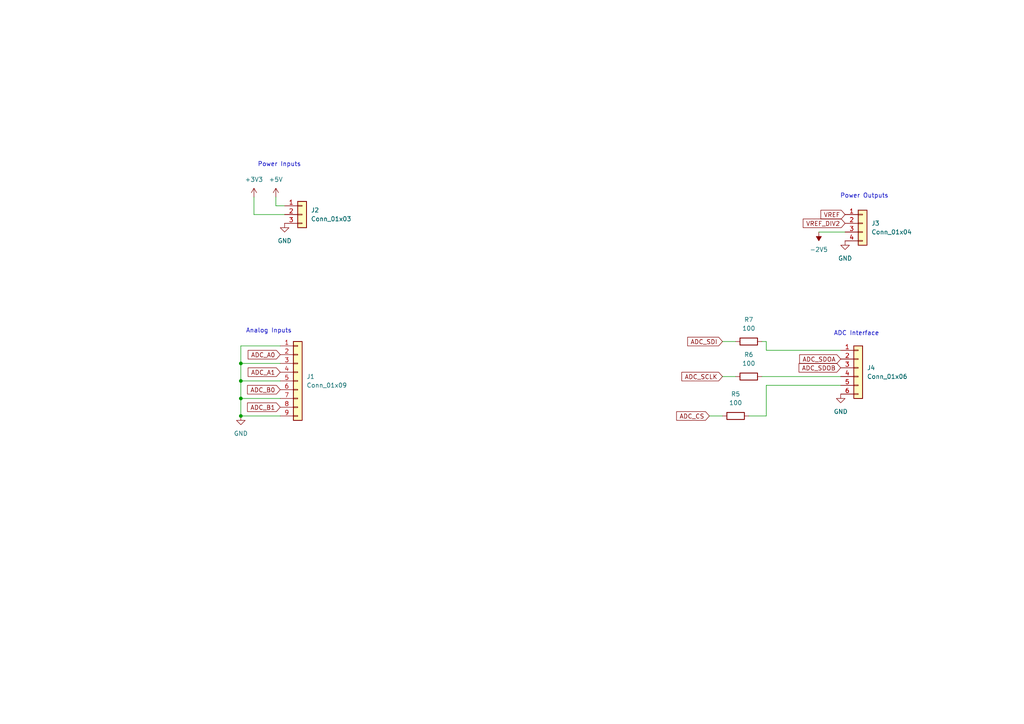
<source format=kicad_sch>
(kicad_sch (version 20250114) (generator "eeschema") (generator_version "9.0")
  (paper "A4")
  (lib_symbols
    (symbol "Connector_Generic:Conn_01x03" (pin_names (offset 1.016) (hide yes))
      (property "Reference" "J" (at 0 5.08 0))
      (property "Value" "Conn_01x03" (at 0 -5.08 0))
      (symbol "Conn_01x03_1_1"
        (rectangle (start -1.27 3.81) (end 1.27 -3.81) (stroke (width 0.254)) (fill (type background)))
        (rectangle (start -1.27 2.667) (end 0 2.413) (stroke (width 0.1524)))
        (rectangle (start -1.27 0.127) (end 0 -0.127) (stroke (width 0.1524)))
        (rectangle (start -1.27 -2.413) (end 0 -2.667) (stroke (width 0.1524)))
        (pin passive line (at -5.08 2.54 0) (length 3.81) (name "Pin_1") (number "1"))
        (pin passive line (at -5.08 0 0) (length 3.81) (name "Pin_2") (number "2"))
        (pin passive line (at -5.08 -2.54 0) (length 3.81) (name "Pin_3") (number "3"))
      )
    )
    (symbol "Connector_Generic:Conn_01x04" (pin_names (offset 1.016) (hide yes))
      (property "Reference" "J" (at 0 5.08 0))
      (property "Value" "Conn_01x04" (at 0 -7.62 0))
      (symbol "Conn_01x04_1_1"
        (rectangle (start -1.27 3.81) (end 1.27 -6.35) (stroke (width 0.254)) (fill (type background)))
        (rectangle (start -1.27 2.667) (end 0 2.413) (stroke (width 0.1524)))
        (rectangle (start -1.27 0.127) (end 0 -0.127) (stroke (width 0.1524)))
        (rectangle (start -1.27 -2.413) (end 0 -2.667) (stroke (width 0.1524)))
        (rectangle (start -1.27 -4.953) (end 0 -5.207) (stroke (width 0.1524)))
        (pin passive line (at -5.08 2.54 0) (length 3.81) (name "Pin_1") (number "1"))
        (pin passive line (at -5.08 0 0) (length 3.81) (name "Pin_2") (number "2"))
        (pin passive line (at -5.08 -2.54 0) (length 3.81) (name "Pin_3") (number "3"))
        (pin passive line (at -5.08 -5.08 0) (length 3.81) (name "Pin_4") (number "4"))
      )
    )
    (symbol "Connector_Generic:Conn_01x06" (pin_names (offset 1.016) (hide yes))
      (property "Reference" "J" (at 0 7.62 0))
      (property "Value" "Conn_01x06" (at 0 -10.16 0))
      (symbol "Conn_01x06_1_1"
        (rectangle (start -1.27 6.35) (end 1.27 -8.89) (stroke (width 0.254)) (fill (type background)))
        (rectangle (start -1.27 5.207) (end 0 4.953) (stroke (width 0.1524)))
        (rectangle (start -1.27 2.667) (end 0 2.413) (stroke (width 0.1524)))
        (rectangle (start -1.27 0.127) (end 0 -0.127) (stroke (width 0.1524)))
        (rectangle (start -1.27 -2.413) (end 0 -2.667) (stroke (width 0.1524)))
        (rectangle (start -1.27 -4.953) (end 0 -5.207) (stroke (width 0.1524)))
        (rectangle (start -1.27 -7.493) (end 0 -7.747) (stroke (width 0.1524)))
        (pin passive line (at -5.08 5.08 0) (length 3.81) (name "Pin_1") (number "1"))
        (pin passive line (at -5.08 2.54 0) (length 3.81) (name "Pin_2") (number "2"))
        (pin passive line (at -5.08 0 0) (length 3.81) (name "Pin_3") (number "3"))
        (pin passive line (at -5.08 -2.54 0) (length 3.81) (name "Pin_4") (number "4"))
        (pin passive line (at -5.08 -5.08 0) (length 3.81) (name "Pin_5") (number "5"))
        (pin passive line (at -5.08 -7.62 0) (length 3.81) (name "Pin_6") (number "6"))
      )
    )
    (symbol "Connector_Generic:Conn_01x09" (pin_names (offset 1.016) (hide yes))
      (property "Reference" "J" (at 0 12.7 0))
      (property "Value" "Conn_01x09" (at 0 -12.7 0))
      (symbol "Conn_01x09_1_1"
        (rectangle (start -1.27 11.43) (end 1.27 -11.43) (stroke (width 0.254)) (fill (type background)))
        (rectangle (start -1.27 10.287) (end 0 10.033) (stroke (width 0.1524)))
        (rectangle (start -1.27 7.747) (end 0 7.493) (stroke (width 0.1524)))
        (rectangle (start -1.27 5.207) (end 0 4.953) (stroke (width 0.1524)))
        (rectangle (start -1.27 2.667) (end 0 2.413) (stroke (width 0.1524)))
        (rectangle (start -1.27 0.127) (end 0 -0.127) (stroke (width 0.1524)))
        (rectangle (start -1.27 -2.413) (end 0 -2.667) (stroke (width 0.1524)))
        (rectangle (start -1.27 -4.953) (end 0 -5.207) (stroke (width 0.1524)))
        (rectangle (start -1.27 -7.493) (end 0 -7.747) (stroke (width 0.1524)))
        (rectangle (start -1.27 -10.033) (end 0 -10.287) (stroke (width 0.1524)))
        (pin passive line (at -5.08 10.16 0) (length 3.81) (name "Pin_1") (number "1"))
        (pin passive line (at -5.08 7.62 0) (length 3.81) (name "Pin_2") (number "2"))
        (pin passive line (at -5.08 5.08 0) (length 3.81) (name "Pin_3") (number "3"))
        (pin passive line (at -5.08 2.54 0) (length 3.81) (name "Pin_4") (number "4"))
        (pin passive line (at -5.08 0 0) (length 3.81) (name "Pin_5") (number "5"))
        (pin passive line (at -5.08 -2.54 0) (length 3.81) (name "Pin_6") (number "6"))
        (pin passive line (at -5.08 -5.08 0) (length 3.81) (name "Pin_7") (number "7"))
        (pin passive line (at -5.08 -7.62 0) (length 3.81) (name "Pin_8") (number "8"))
        (pin passive line (at -5.08 -10.16 0) (length 3.81) (name "Pin_9") (number "9"))
      )
    )
    (symbol "Device:R" (pin_numbers (hide yes)) (pin_names (offset 0))
      (property "Reference" "R" (at 2.032 0 90))
      (property "Value" "R" (at 0 0 90))
      (symbol "R_0_1"
        (rectangle (start -1.016 -2.54) (end 1.016 2.54) (stroke (width 0.254)))
      )
      (symbol "R_1_1"
        (pin passive line (at 0 3.81 270) (length 1.27) (name "~") (number "1"))
        (pin passive line (at 0 -3.81 90) (length 1.27) (name "~") (number "2"))
      )
    )
    (symbol "power:+3V3" (power) (pin_names (offset 0))
      (property "Value" "+3V3" (at 0 3.556 0))
      (symbol "+3V3_0_1"
        (polyline (pts (xy -0.762 1.27) (xy 0 2.54)))
        (polyline (pts (xy 0 2.54) (xy 0.762 1.27)))
        (polyline (pts (xy 0 0) (xy 0 2.54)))
      )
      (symbol "+3V3_1_1"
        (pin power_in line (at 0 0 90) (length 0) (hide yes) (name "+3V3") (number "1"))
      )
    )
    (symbol "power:+5V" (power) (pin_names (offset 0))
      (property "Value" "+5V" (at 0 3.556 0))
      (symbol "+5V_0_1"
        (polyline (pts (xy -0.762 1.27) (xy 0 2.54)))
        (polyline (pts (xy 0 2.54) (xy 0.762 1.27)))
        (polyline (pts (xy 0 0) (xy 0 2.54)))
      )
      (symbol "+5V_1_1"
        (pin power_in line (at 0 0 90) (length 0) (hide yes) (name "+5V") (number "1"))
      )
    )
    (symbol "power:-2V5" (power) (pin_names (offset 0))
      (property "Value" "-2V5" (at 0 3.81 0))
      (symbol "-2V5_0_0"
        (pin power_in line (at 0 0 90) (length 0) (hide yes) (name "-2V5") (number "1"))
      )
      (symbol "-2V5_0_1"
        (polyline (pts (xy 0 0) (xy 0 1.27) (xy 0.762 1.27) (xy 0 2.54) (xy -0.762 1.27) (xy 0 1.27)) (fill (type outline)))
      )
    )
    (symbol "power:GND" (power) (pin_names (offset 0))
      (property "Value" "GND" (at 0 -3.81 0))
      (symbol "GND_0_1"
        (polyline (pts (xy 0 0) (xy 0 -1.27) (xy 1.27 -1.27) (xy 0 -2.54) (xy -1.27 -1.27) (xy 0 -1.27)))
      )
      (symbol "GND_1_1"
        (pin power_in line (at 0 0 270) (length 0) (hide yes) (name "GND") (number "1"))
      )
    )
  )
  (text "ADC Interface" (at 248.412 96.774 0) (effects (font (size 1.27 1.27))))
  (text "Analog Inputs" (at 77.978 96.012 0) (effects (font (size 1.27 1.27))))
  (text "Power Inputs" (at 81.026 47.752 0) (effects (font (size 1.27 1.27))))
  (text "Power Outputs" (at 250.698 56.896 0) (effects (font (size 1.27 1.27))))
  (junction (at 69.85 105.41))
  (junction (at 69.85 110.49))
  (junction (at 69.85 115.57))
  (junction (at 69.85 120.65))
  (wire (pts (xy 69.85 115.57) (xy 81.28 115.57)))
  (wire (pts (xy 222.25 101.6) (xy 243.84 101.6)))
  (wire (pts (xy 69.85 115.57) (xy 69.85 120.65)))
  (wire (pts (xy 69.85 100.33) (xy 81.28 100.33)))
  (wire (pts (xy 69.85 105.41) (xy 69.85 110.49)))
  (wire (pts (xy 80.01 57.15) (xy 80.01 59.69)))
  (wire (pts (xy 80.01 59.69) (xy 82.55 59.69)))
  (wire (pts (xy 69.85 100.33) (xy 69.85 105.41)))
  (wire (pts (xy 209.55 109.22) (xy 213.36 109.22)))
  (wire (pts (xy 217.17 120.65) (xy 222.25 120.65)))
  (wire (pts (xy 237.49 67.31) (xy 245.11 67.31)))
  (wire (pts (xy 220.98 99.06) (xy 222.25 99.06)))
  (wire (pts (xy 69.85 120.65) (xy 81.28 120.65)))
  (wire (pts (xy 69.85 110.49) (xy 81.28 110.49)))
  (wire (pts (xy 73.66 57.15) (xy 73.66 62.23)))
  (wire (pts (xy 222.25 120.65) (xy 222.25 111.76)))
  (wire (pts (xy 222.25 111.76) (xy 243.84 111.76)))
  (wire (pts (xy 209.55 99.06) (xy 213.36 99.06)))
  (wire (pts (xy 69.85 105.41) (xy 81.28 105.41)))
  (wire (pts (xy 220.98 109.22) (xy 243.84 109.22)))
  (wire (pts (xy 69.85 110.49) (xy 69.85 115.57)))
  (wire (pts (xy 205.74 120.65) (xy 209.55 120.65)))
  (wire (pts (xy 73.66 62.23) (xy 82.55 62.23)))
  (wire (pts (xy 222.25 99.06) (xy 222.25 101.6)))
  (global_label "ADC_B0" (shape input) (at 81.28 113.03 180) (property "Intersheetrefs" "${INTERSHEET_REFS}" (effects (hide yes))))
  (global_label "ADC_A1" (shape input) (at 81.28 107.95 180) (property "Intersheetrefs" "${INTERSHEET_REFS}" (effects (hide yes))))
  (global_label "ADC_B1" (shape input) (at 81.28 118.11 180) (property "Intersheetrefs" "${INTERSHEET_REFS}" (effects (hide yes))))
  (global_label "VREF" (shape input) (at 245.11 62.23 180) (property "Intersheetrefs" "${INTERSHEET_REFS}" (effects (hide yes))))
  (global_label "ADC_A0" (shape input) (at 81.28 102.87 180) (property "Intersheetrefs" "${INTERSHEET_REFS}" (effects (hide yes))))
  (global_label "ADC_SDOB" (shape input) (at 243.84 106.68 180) (property "Intersheetrefs" "${INTERSHEET_REFS}" (effects (hide yes))))
  (global_label "ADC_SDI" (shape input) (at 209.55 99.06 180) (property "Intersheetrefs" "${INTERSHEET_REFS}" (effects (hide yes))))
  (global_label "VREF_DIV2" (shape input) (at 245.11 64.77 180) (property "Intersheetrefs" "${INTERSHEET_REFS}" (effects (hide yes))))
  (global_label "ADC_CS" (shape input) (at 205.74 120.65 180) (property "Intersheetrefs" "${INTERSHEET_REFS}" (effects (hide yes))))
  (global_label "ADC_SDOA" (shape input) (at 243.84 104.14 180) (property "Intersheetrefs" "${INTERSHEET_REFS}" (effects (hide yes))))
  (global_label "ADC_SCLK" (shape input) (at 209.55 109.22 180) (property "Intersheetrefs" "${INTERSHEET_REFS}" (effects (hide yes))))
  (symbol (lib_id "power:GND") (at 243.84 114.3 0) (unit 1)
    (property "Reference" "#PWR064" (effects (hide yes)))
    (property "Value" "GND" (at 243.84 119.38 0))
    (property "Description" "Power symbol creates a global label with name \"GND\" , ground" (effects (hide yes)))
  )
  (symbol (lib_id "Connector_Generic:Conn_01x03") (at 87.63 62.23 0) (unit 1)
    (property "Reference" "J2" (at 90.17 60.9599 0) (effects (justify left)))
    (property "Value" "Conn_01x03" (at 90.17 63.4999 0) (effects (justify left)))
    (property "Footprint" "Connector_PinHeader_2.54mm:PinHeader_1x03_P2.54mm_Vertical" (effects (hide yes)))
    (property "Description" "Generic connector, single row, 01x03, script generated (kicad-library-utils/schlib/autogen/connector/)" (effects (hide yes)))
  )
  (symbol (lib_id "power:+5V") (at 80.01 57.15 0) (unit 1)
    (property "Reference" "#PWR057" (effects (hide yes)))
    (property "Value" "+5V" (at 80.01 52.07 0))
    (property "Description" "Power symbol creates a global label with name \"+5V\"" (effects (hide yes)))
  )
  (symbol (lib_id "Device:R") (at 213.36 120.65 90) (unit 1)
    (property "Reference" "R5" (at 213.36 114.3 90))
    (property "Value" "100" (at 213.36 116.84 90))
    (property "Footprint" "SMD_Passives:YAG_R0201_YAG_100" (effects (hide yes)))
    (property "Description" "Resistor" (effects (hide yes)))
  )
  (symbol (lib_id "Device:R") (at 217.17 109.22 90) (unit 1)
    (property "Reference" "R6" (at 217.17 102.87 90))
    (property "Value" "100" (at 217.17 105.41 90))
    (property "Footprint" "SMD_Passives:YAG_R0201_YAG_100" (effects (hide yes)))
    (property "Description" "Resistor" (effects (hide yes)))
  )
  (symbol (lib_id "power:GND") (at 82.55 64.77 0) (unit 1)
    (property "Reference" "#PWR056" (effects (hide yes)))
    (property "Value" "GND" (at 82.55 69.85 0))
    (property "Description" "Power symbol creates a global label with name \"GND\" , ground" (effects (hide yes)))
  )
  (symbol (lib_id "Connector_Generic:Conn_01x09") (at 86.36 110.49 0) (unit 1)
    (property "Reference" "J1" (at 88.9 109.2199 0) (effects (justify left)))
    (property "Value" "Conn_01x09" (at 88.9 111.7599 0) (effects (justify left)))
    (property "Footprint" "Connector_PinHeader_2.54mm:PinHeader_1x09_P2.54mm_Vertical" (effects (hide yes)))
    (property "Description" "Generic connector, single row, 01x09, script generated (kicad-library-utils/schlib/autogen/connector/)" (effects (hide yes)))
  )
  (symbol (lib_id "power:+3V3") (at 73.66 57.15 0) (unit 1)
    (property "Reference" "#PWR062" (effects (hide yes)))
    (property "Value" "+3V3" (at 73.66 52.07 0))
    (property "Description" "Power symbol creates a global label with name \"+3V3\"" (effects (hide yes)))
  )
  (symbol (lib_id "power:-2V5") (at 237.49 67.31 180) (unit 1)
    (property "Reference" "#PWR09" (effects (hide yes)))
    (property "Value" "-2V5" (at 237.49 72.39 0))
    (property "Description" "Power symbol creates a global label with name \"-2V5\"" (effects (hide yes)))
  )
  (symbol (lib_id "Device:R") (at 217.17 99.06 90) (unit 1)
    (property "Reference" "R7" (at 217.17 92.71 90))
    (property "Value" "100" (at 217.17 95.25 90))
    (property "Footprint" "SMD_Passives:YAG_R0201_YAG_100" (effects (hide yes)))
    (property "Description" "Resistor" (effects (hide yes)))
  )
  (symbol (lib_id "power:GND") (at 245.11 69.85 0) (unit 1)
    (property "Reference" "#PWR063" (effects (hide yes)))
    (property "Value" "GND" (at 245.11 74.93 0))
    (property "Description" "Power symbol creates a global label with name \"GND\" , ground" (effects (hide yes)))
  )
  (symbol (lib_id "Connector_Generic:Conn_01x04") (at 250.19 64.77 0) (unit 1)
    (property "Reference" "J3" (at 252.73 64.7699 0) (effects (justify left)))
    (property "Value" "Conn_01x04" (at 252.73 67.3099 0) (effects (justify left)))
    (property "Footprint" "Connector_PinHeader_2.54mm:PinHeader_1x04_P2.54mm_Vertical" (effects (hide yes)))
    (property "Description" "Generic connector, single row, 01x04, script generated (kicad-library-utils/schlib/autogen/connector/)" (effects (hide yes)))
  )
  (symbol (lib_id "Connector_Generic:Conn_01x06") (at 248.92 106.68 0) (unit 1)
    (property "Reference" "J4" (at 251.46 106.6799 0) (effects (justify left)))
    (property "Value" "Conn_01x06" (at 251.46 109.2199 0) (effects (justify left)))
    (property "Footprint" "Connector_PinHeader_2.54mm:PinHeader_1x06_P2.54mm_Vertical" (effects (hide yes)))
    (property "Description" "Generic connector, single row, 01x06, script generated (kicad-library-utils/schlib/autogen/connector/)" (effects (hide yes)))
  )
  (symbol (lib_id "power:GND") (at 69.85 120.65 0) (unit 1)
    (property "Reference" "#PWR047" (effects (hide yes)))
    (property "Value" "GND" (at 69.85 125.73 0))
    (property "Description" "Power symbol creates a global label with name \"GND\" , ground" (effects (hide yes)))
  )
)
</source>
